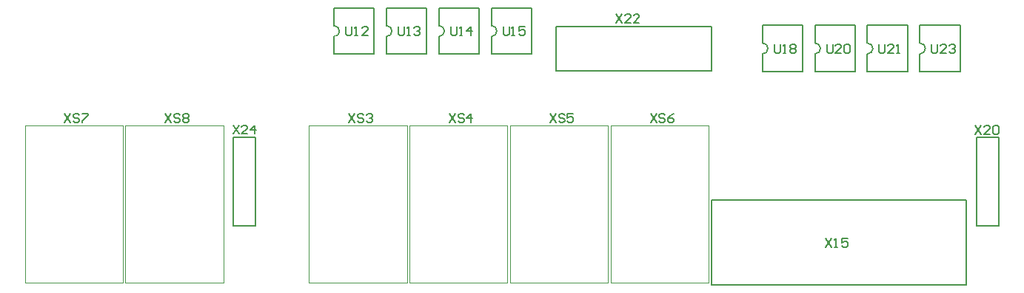
<source format=gto>
G04 Layer_Color=65535*
%FSLAX42Y42*%
%MOMM*%
G71*
G01*
G75*
%ADD30C,0.20*%
%ADD31C,0.10*%
D30*
X2224Y41D02*
G03*
X2224Y168I0J63D01*
G01*
X2824Y42D02*
G03*
X2824Y169I0J63D01*
G01*
X3424Y42D02*
G03*
X3424Y169I0J63D01*
G01*
X4024Y42D02*
G03*
X4024Y169I0J63D01*
G01*
X7124Y-158D02*
G03*
X7124Y-31I0J63D01*
G01*
X7724Y-158D02*
G03*
X7724Y-31I0J63D01*
G01*
X8324Y-158D02*
G03*
X8324Y-31I0J63D01*
G01*
X8924Y-158D02*
G03*
X8924Y-31I0J63D01*
G01*
X2224Y370D02*
X2685D01*
X2224Y-160D02*
X2685D01*
Y370D01*
X2224Y168D02*
Y370D01*
Y-160D02*
Y41D01*
X2824Y370D02*
X3285D01*
X2824Y-160D02*
X3285D01*
Y370D01*
X2824Y169D02*
Y370D01*
Y-160D02*
Y42D01*
X3424Y370D02*
X3885D01*
X3424Y-160D02*
X3885D01*
Y370D01*
X3424D02*
X3424Y169D01*
X3424Y-160D02*
X3424Y42D01*
X4024Y370D02*
X4485D01*
X4024Y-160D02*
X4485D01*
Y370D01*
X4024Y169D02*
X4024Y370D01*
X4024Y-160D02*
X4024Y42D01*
X7124Y170D02*
X7585Y170D01*
X7124Y-360D02*
X7585Y-360D01*
Y170D01*
X7124Y-31D02*
Y170D01*
Y-360D02*
Y-158D01*
X7724Y170D02*
X8185Y170D01*
X7724Y-360D02*
X8185Y-360D01*
Y170D01*
X7724Y-31D02*
Y170D01*
Y-360D02*
Y-158D01*
X8324Y170D02*
X8785D01*
X8324Y-360D02*
X8785Y-360D01*
Y170D01*
X8324Y-31D02*
X8324Y170D01*
X8324Y-360D02*
Y-158D01*
X8924Y170D02*
X9385D01*
X8924Y-360D02*
X9385D01*
Y170D01*
X8924D02*
X8924Y-31D01*
X8924Y-360D02*
X8924Y-158D01*
X6539Y-354D02*
Y153D01*
X4761Y154D02*
X6539D01*
X4761Y-354D02*
Y153D01*
Y-354D02*
X6539D01*
X9455Y-2810D02*
Y-1830D01*
X6545D02*
X9455D01*
X6545Y-2810D02*
Y-1830D01*
Y-2810D02*
X9455D01*
X9573Y-2127D02*
X9827D01*
X9573D02*
Y-1111D01*
X9827Y-2127D02*
Y-1111D01*
X9573D02*
X9827D01*
X1073Y-2127D02*
X1327D01*
X1073D02*
Y-1111D01*
X1327Y-2127D02*
Y-1111D01*
X1073D02*
X1327D01*
X5450Y300D02*
X5517Y200D01*
Y300D02*
X5450Y200D01*
X5617D02*
X5550D01*
X5617Y267D01*
Y283D01*
X5600Y300D01*
X5567D01*
X5550Y283D01*
X5717Y200D02*
X5650D01*
X5717Y267D01*
Y283D01*
X5700Y300D01*
X5667D01*
X5650Y283D01*
X1070Y-975D02*
X1137Y-1075D01*
Y-975D02*
X1070Y-1075D01*
X1237D02*
X1170D01*
X1237Y-1008D01*
Y-992D01*
X1220Y-975D01*
X1187D01*
X1170Y-992D01*
X1320Y-1075D02*
Y-975D01*
X1270Y-1025D01*
X1337D01*
X9557Y-978D02*
X9624Y-1077D01*
Y-978D02*
X9557Y-1077D01*
X9724D02*
X9657D01*
X9724Y-1011D01*
Y-994D01*
X9707Y-978D01*
X9674D01*
X9657Y-994D01*
X9757D02*
X9774Y-978D01*
X9807D01*
X9824Y-994D01*
Y-1061D01*
X9807Y-1077D01*
X9774D01*
X9757Y-1061D01*
Y-994D01*
X2360Y155D02*
Y72D01*
X2377Y55D01*
X2410D01*
X2427Y72D01*
Y155D01*
X2460Y55D02*
X2493D01*
X2477D01*
Y155D01*
X2460Y138D01*
X2610Y55D02*
X2543D01*
X2610Y122D01*
Y138D01*
X2593Y155D01*
X2560D01*
X2543Y138D01*
X2960Y155D02*
Y72D01*
X2977Y55D01*
X3010D01*
X3027Y72D01*
Y155D01*
X3060Y55D02*
X3093D01*
X3077D01*
Y155D01*
X3060Y138D01*
X3143D02*
X3160Y155D01*
X3193D01*
X3210Y138D01*
Y122D01*
X3193Y105D01*
X3177D01*
X3193D01*
X3210Y88D01*
Y72D01*
X3193Y55D01*
X3160D01*
X3143Y72D01*
X3560Y155D02*
Y72D01*
X3577Y55D01*
X3610D01*
X3627Y72D01*
Y155D01*
X3660Y55D02*
X3693D01*
X3677D01*
Y155D01*
X3660Y138D01*
X3793Y55D02*
Y155D01*
X3743Y105D01*
X3810D01*
X4160Y155D02*
Y72D01*
X4177Y55D01*
X4210D01*
X4227Y72D01*
Y155D01*
X4260Y55D02*
X4293D01*
X4277D01*
Y155D01*
X4260Y138D01*
X4410Y155D02*
X4343D01*
Y105D01*
X4377Y122D01*
X4393D01*
X4410Y105D01*
Y72D01*
X4393Y55D01*
X4360D01*
X4343Y72D01*
X7260Y-45D02*
Y-128D01*
X7277Y-145D01*
X7310D01*
X7327Y-128D01*
Y-45D01*
X7360Y-145D02*
X7393D01*
X7377D01*
Y-45D01*
X7360Y-62D01*
X7443D02*
X7460Y-45D01*
X7493D01*
X7510Y-62D01*
Y-78D01*
X7493Y-95D01*
X7510Y-112D01*
Y-128D01*
X7493Y-145D01*
X7460D01*
X7443Y-128D01*
Y-112D01*
X7460Y-95D01*
X7443Y-78D01*
Y-62D01*
X7460Y-95D02*
X7493D01*
X7860Y-45D02*
Y-128D01*
X7877Y-145D01*
X7910D01*
X7927Y-128D01*
Y-45D01*
X8027Y-145D02*
X7960D01*
X8027Y-78D01*
Y-62D01*
X8010Y-45D01*
X7977D01*
X7960Y-62D01*
X8060D02*
X8077Y-45D01*
X8110D01*
X8127Y-62D01*
Y-128D01*
X8110Y-145D01*
X8077D01*
X8060Y-128D01*
Y-62D01*
X8460Y-45D02*
Y-128D01*
X8477Y-145D01*
X8510D01*
X8527Y-128D01*
Y-45D01*
X8627Y-145D02*
X8560D01*
X8627Y-78D01*
Y-62D01*
X8610Y-45D01*
X8577D01*
X8560Y-62D01*
X8660Y-145D02*
X8693D01*
X8677D01*
Y-45D01*
X8660Y-62D01*
X9060Y-45D02*
Y-128D01*
X9077Y-145D01*
X9110D01*
X9127Y-128D01*
Y-45D01*
X9227Y-145D02*
X9160D01*
X9227Y-78D01*
Y-62D01*
X9210Y-45D01*
X9177D01*
X9160Y-62D01*
X9260D02*
X9277Y-45D01*
X9310D01*
X9327Y-62D01*
Y-78D01*
X9310Y-95D01*
X9293D01*
X9310D01*
X9327Y-112D01*
Y-128D01*
X9310Y-145D01*
X9277D01*
X9260Y-128D01*
X7850Y-2275D02*
X7917Y-2375D01*
Y-2275D02*
X7850Y-2375D01*
X7950D02*
X7983D01*
X7967D01*
Y-2275D01*
X7950Y-2292D01*
X8100Y-2275D02*
X8033D01*
Y-2325D01*
X8067Y-2308D01*
X8083D01*
X8100Y-2325D01*
Y-2358D01*
X8083Y-2375D01*
X8050D01*
X8033Y-2358D01*
X2396Y-844D02*
X2463Y-944D01*
Y-844D02*
X2396Y-944D01*
X2563Y-861D02*
X2546Y-844D01*
X2513D01*
X2496Y-861D01*
Y-878D01*
X2513Y-894D01*
X2546D01*
X2563Y-911D01*
Y-928D01*
X2546Y-944D01*
X2513D01*
X2496Y-928D01*
X2596Y-861D02*
X2613Y-844D01*
X2646D01*
X2663Y-861D01*
Y-878D01*
X2646Y-894D01*
X2629D01*
X2646D01*
X2663Y-911D01*
Y-928D01*
X2646Y-944D01*
X2613D01*
X2596Y-928D01*
X3544Y-844D02*
X3611Y-944D01*
Y-844D02*
X3544Y-944D01*
X3711Y-861D02*
X3694Y-844D01*
X3661D01*
X3644Y-861D01*
Y-878D01*
X3661Y-894D01*
X3694D01*
X3711Y-911D01*
Y-928D01*
X3694Y-944D01*
X3661D01*
X3644Y-928D01*
X3794Y-944D02*
Y-844D01*
X3744Y-894D01*
X3811D01*
X4695Y-844D02*
X4762Y-944D01*
Y-844D02*
X4695Y-944D01*
X4862Y-861D02*
X4845Y-844D01*
X4812D01*
X4795Y-861D01*
Y-878D01*
X4812Y-894D01*
X4845D01*
X4862Y-911D01*
Y-928D01*
X4845Y-944D01*
X4812D01*
X4795Y-928D01*
X4961Y-844D02*
X4895D01*
Y-894D01*
X4928Y-878D01*
X4945D01*
X4961Y-894D01*
Y-928D01*
X4945Y-944D01*
X4911D01*
X4895Y-928D01*
X5846Y-844D02*
X5912Y-944D01*
Y-844D02*
X5846Y-944D01*
X6012Y-861D02*
X5995Y-844D01*
X5962D01*
X5945Y-861D01*
Y-878D01*
X5962Y-894D01*
X5995D01*
X6012Y-911D01*
Y-928D01*
X5995Y-944D01*
X5962D01*
X5945Y-928D01*
X6112Y-844D02*
X6079Y-861D01*
X6045Y-894D01*
Y-928D01*
X6062Y-944D01*
X6095D01*
X6112Y-928D01*
Y-911D01*
X6095Y-894D01*
X6045D01*
X-855Y-843D02*
X-788Y-943D01*
Y-843D02*
X-855Y-943D01*
X-688Y-860D02*
X-705Y-843D01*
X-738D01*
X-755Y-860D01*
Y-877D01*
X-738Y-893D01*
X-705D01*
X-688Y-910D01*
Y-927D01*
X-705Y-943D01*
X-738D01*
X-755Y-927D01*
X-655Y-843D02*
X-588D01*
Y-860D01*
X-655Y-927D01*
Y-943D01*
X296Y-843D02*
X363Y-943D01*
Y-843D02*
X296Y-943D01*
X462Y-860D02*
X446Y-843D01*
X413D01*
X396Y-860D01*
Y-877D01*
X413Y-893D01*
X446D01*
X462Y-910D01*
Y-927D01*
X446Y-943D01*
X413D01*
X396Y-927D01*
X496Y-860D02*
X512Y-843D01*
X546D01*
X562Y-860D01*
Y-877D01*
X546Y-893D01*
X562Y-910D01*
Y-927D01*
X546Y-943D01*
X512D01*
X496Y-927D01*
Y-910D01*
X512Y-893D01*
X496Y-877D01*
Y-860D01*
X512Y-893D02*
X546D01*
D31*
X-160Y-974D02*
X960D01*
Y-2783D02*
Y-974D01*
X-160Y-2783D02*
Y-974D01*
Y-2783D02*
X960D01*
X-1310D02*
X-190D01*
X-1310D02*
Y-974D01*
X-190Y-2783D02*
Y-974D01*
X-1310D02*
X-190D01*
X5390D02*
X6510D01*
Y-2783D02*
Y-974D01*
X5390Y-2783D02*
Y-974D01*
Y-2783D02*
X6510D01*
X4240D02*
X5360D01*
X4240D02*
Y-974D01*
X5360Y-2783D02*
Y-974D01*
X4240D02*
X5360D01*
X3090D02*
X4210D01*
Y-2783D02*
Y-974D01*
X3090Y-2783D02*
Y-974D01*
Y-2783D02*
X4210D01*
X1940D02*
X3060D01*
X1940D02*
Y-974D01*
X3060Y-2783D02*
Y-974D01*
X1940D02*
X3060D01*
M02*

</source>
